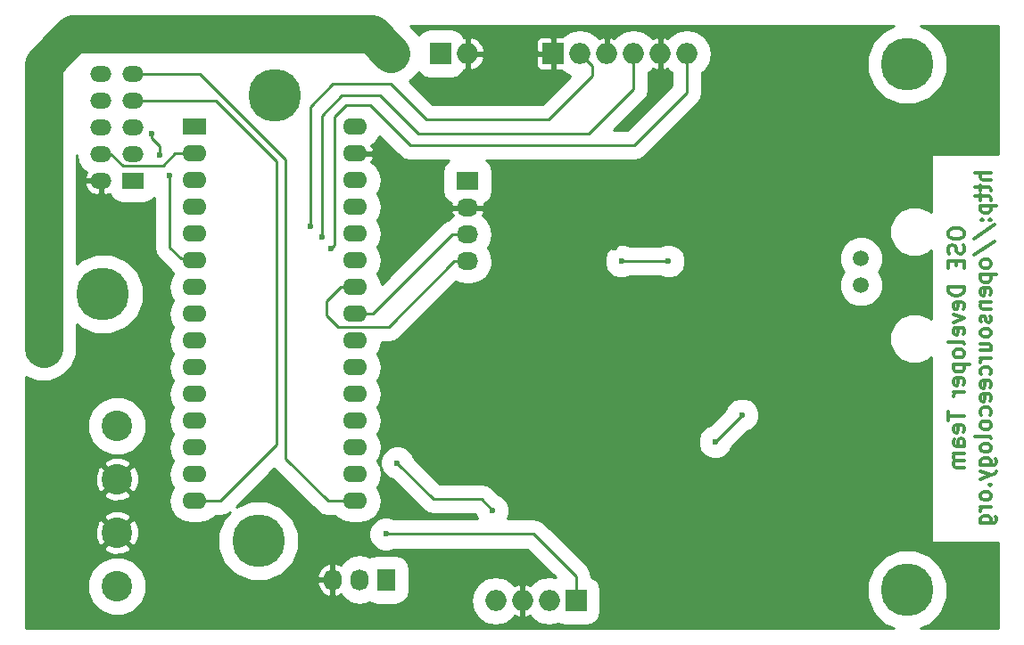
<source format=gbr>
G04 #@! TF.GenerationSoftware,KiCad,Pcbnew,(2017-06-02 revision ac9a64a)-master*
G04 #@! TF.CreationDate,2017-06-11T20:54:29+02:00*
G04 #@! TF.ProjectId,torchctrl,746F7263686374726C2E6B696361645F,rev?*
G04 #@! TF.FileFunction,Copper,L2,Bot,Signal*
G04 #@! TF.FilePolarity,Positive*
%FSLAX46Y46*%
G04 Gerber Fmt 4.6, Leading zero omitted, Abs format (unit mm)*
G04 Created by KiCad (PCBNEW (2017-06-02 revision ac9a64a)-master) date Sun Jun 11 20:54:29 2017*
%MOMM*%
%LPD*%
G01*
G04 APERTURE LIST*
%ADD10C,0.100000*%
%ADD11C,0.300000*%
%ADD12C,5.000000*%
%ADD13O,1.998980X1.998980*%
%ADD14R,1.998980X1.998980*%
%ADD15R,2.032000X1.727200*%
%ADD16O,2.032000X1.727200*%
%ADD17R,2.286000X1.574800*%
%ADD18O,2.286000X1.574800*%
%ADD19O,2.000000X1.500000*%
%ADD20R,2.000000X1.500000*%
%ADD21C,1.500000*%
%ADD22C,2.900000*%
%ADD23R,1.727200X2.032000*%
%ADD24O,1.727200X2.032000*%
%ADD25C,0.600000*%
%ADD26C,3.600000*%
%ADD27C,0.250000*%
%ADD28C,3.600000*%
%ADD29C,0.254000*%
G04 APERTURE END LIST*
D10*
D11*
X173903571Y-75964285D02*
X173903571Y-76250000D01*
X173975000Y-76392857D01*
X174117857Y-76535714D01*
X174403571Y-76607142D01*
X174903571Y-76607142D01*
X175189285Y-76535714D01*
X175332142Y-76392857D01*
X175403571Y-76250000D01*
X175403571Y-75964285D01*
X175332142Y-75821428D01*
X175189285Y-75678571D01*
X174903571Y-75607142D01*
X174403571Y-75607142D01*
X174117857Y-75678571D01*
X173975000Y-75821428D01*
X173903571Y-75964285D01*
X175332142Y-77178571D02*
X175403571Y-77392857D01*
X175403571Y-77750000D01*
X175332142Y-77892857D01*
X175260714Y-77964285D01*
X175117857Y-78035714D01*
X174975000Y-78035714D01*
X174832142Y-77964285D01*
X174760714Y-77892857D01*
X174689285Y-77750000D01*
X174617857Y-77464285D01*
X174546428Y-77321428D01*
X174475000Y-77250000D01*
X174332142Y-77178571D01*
X174189285Y-77178571D01*
X174046428Y-77250000D01*
X173975000Y-77321428D01*
X173903571Y-77464285D01*
X173903571Y-77821428D01*
X173975000Y-78035714D01*
X174617857Y-78678571D02*
X174617857Y-79178571D01*
X175403571Y-79392857D02*
X175403571Y-78678571D01*
X173903571Y-78678571D01*
X173903571Y-79392857D01*
X175403571Y-81178571D02*
X173903571Y-81178571D01*
X173903571Y-81535714D01*
X173975000Y-81750000D01*
X174117857Y-81892857D01*
X174260714Y-81964285D01*
X174546428Y-82035714D01*
X174760714Y-82035714D01*
X175046428Y-81964285D01*
X175189285Y-81892857D01*
X175332142Y-81750000D01*
X175403571Y-81535714D01*
X175403571Y-81178571D01*
X175332142Y-83250000D02*
X175403571Y-83107142D01*
X175403571Y-82821428D01*
X175332142Y-82678571D01*
X175189285Y-82607142D01*
X174617857Y-82607142D01*
X174475000Y-82678571D01*
X174403571Y-82821428D01*
X174403571Y-83107142D01*
X174475000Y-83250000D01*
X174617857Y-83321428D01*
X174760714Y-83321428D01*
X174903571Y-82607142D01*
X174403571Y-83821428D02*
X175403571Y-84178571D01*
X174403571Y-84535714D01*
X175332142Y-85678571D02*
X175403571Y-85535714D01*
X175403571Y-85250000D01*
X175332142Y-85107142D01*
X175189285Y-85035714D01*
X174617857Y-85035714D01*
X174475000Y-85107142D01*
X174403571Y-85250000D01*
X174403571Y-85535714D01*
X174475000Y-85678571D01*
X174617857Y-85750000D01*
X174760714Y-85750000D01*
X174903571Y-85035714D01*
X175403571Y-86607142D02*
X175332142Y-86464285D01*
X175189285Y-86392857D01*
X173903571Y-86392857D01*
X175403571Y-87392857D02*
X175332142Y-87250000D01*
X175260714Y-87178571D01*
X175117857Y-87107142D01*
X174689285Y-87107142D01*
X174546428Y-87178571D01*
X174475000Y-87250000D01*
X174403571Y-87392857D01*
X174403571Y-87607142D01*
X174475000Y-87750000D01*
X174546428Y-87821428D01*
X174689285Y-87892857D01*
X175117857Y-87892857D01*
X175260714Y-87821428D01*
X175332142Y-87750000D01*
X175403571Y-87607142D01*
X175403571Y-87392857D01*
X174403571Y-88535714D02*
X175903571Y-88535714D01*
X174475000Y-88535714D02*
X174403571Y-88678571D01*
X174403571Y-88964285D01*
X174475000Y-89107142D01*
X174546428Y-89178571D01*
X174689285Y-89250000D01*
X175117857Y-89250000D01*
X175260714Y-89178571D01*
X175332142Y-89107142D01*
X175403571Y-88964285D01*
X175403571Y-88678571D01*
X175332142Y-88535714D01*
X175332142Y-90464285D02*
X175403571Y-90321428D01*
X175403571Y-90035714D01*
X175332142Y-89892857D01*
X175189285Y-89821428D01*
X174617857Y-89821428D01*
X174475000Y-89892857D01*
X174403571Y-90035714D01*
X174403571Y-90321428D01*
X174475000Y-90464285D01*
X174617857Y-90535714D01*
X174760714Y-90535714D01*
X174903571Y-89821428D01*
X175403571Y-91178571D02*
X174403571Y-91178571D01*
X174689285Y-91178571D02*
X174546428Y-91250000D01*
X174475000Y-91321428D01*
X174403571Y-91464285D01*
X174403571Y-91607142D01*
X173903571Y-93035714D02*
X173903571Y-93892857D01*
X175403571Y-93464285D02*
X173903571Y-93464285D01*
X175332142Y-94964285D02*
X175403571Y-94821428D01*
X175403571Y-94535714D01*
X175332142Y-94392857D01*
X175189285Y-94321428D01*
X174617857Y-94321428D01*
X174475000Y-94392857D01*
X174403571Y-94535714D01*
X174403571Y-94821428D01*
X174475000Y-94964285D01*
X174617857Y-95035714D01*
X174760714Y-95035714D01*
X174903571Y-94321428D01*
X175403571Y-96321428D02*
X174617857Y-96321428D01*
X174475000Y-96250000D01*
X174403571Y-96107142D01*
X174403571Y-95821428D01*
X174475000Y-95678571D01*
X175332142Y-96321428D02*
X175403571Y-96178571D01*
X175403571Y-95821428D01*
X175332142Y-95678571D01*
X175189285Y-95607142D01*
X175046428Y-95607142D01*
X174903571Y-95678571D01*
X174832142Y-95821428D01*
X174832142Y-96178571D01*
X174760714Y-96321428D01*
X175403571Y-97035714D02*
X174403571Y-97035714D01*
X174546428Y-97035714D02*
X174475000Y-97107142D01*
X174403571Y-97250000D01*
X174403571Y-97464285D01*
X174475000Y-97607142D01*
X174617857Y-97678571D01*
X175403571Y-97678571D01*
X174617857Y-97678571D02*
X174475000Y-97750000D01*
X174403571Y-97892857D01*
X174403571Y-98107142D01*
X174475000Y-98250000D01*
X174617857Y-98321428D01*
X175403571Y-98321428D01*
X177953571Y-70357142D02*
X176453571Y-70357142D01*
X177953571Y-71000000D02*
X177167857Y-71000000D01*
X177025000Y-70928571D01*
X176953571Y-70785714D01*
X176953571Y-70571428D01*
X177025000Y-70428571D01*
X177096428Y-70357142D01*
X176953571Y-71500000D02*
X176953571Y-72071428D01*
X176453571Y-71714285D02*
X177739285Y-71714285D01*
X177882142Y-71785714D01*
X177953571Y-71928571D01*
X177953571Y-72071428D01*
X176953571Y-72357142D02*
X176953571Y-72928571D01*
X176453571Y-72571428D02*
X177739285Y-72571428D01*
X177882142Y-72642857D01*
X177953571Y-72785714D01*
X177953571Y-72928571D01*
X176953571Y-73428571D02*
X178453571Y-73428571D01*
X177025000Y-73428571D02*
X176953571Y-73571428D01*
X176953571Y-73857142D01*
X177025000Y-74000000D01*
X177096428Y-74071428D01*
X177239285Y-74142857D01*
X177667857Y-74142857D01*
X177810714Y-74071428D01*
X177882142Y-74000000D01*
X177953571Y-73857142D01*
X177953571Y-73571428D01*
X177882142Y-73428571D01*
X177810714Y-74785714D02*
X177882142Y-74857142D01*
X177953571Y-74785714D01*
X177882142Y-74714285D01*
X177810714Y-74785714D01*
X177953571Y-74785714D01*
X177025000Y-74785714D02*
X177096428Y-74857142D01*
X177167857Y-74785714D01*
X177096428Y-74714285D01*
X177025000Y-74785714D01*
X177167857Y-74785714D01*
X176382142Y-76571428D02*
X178310714Y-75285714D01*
X176382142Y-78142857D02*
X178310714Y-76857142D01*
X177953571Y-78857142D02*
X177882142Y-78714285D01*
X177810714Y-78642857D01*
X177667857Y-78571428D01*
X177239285Y-78571428D01*
X177096428Y-78642857D01*
X177025000Y-78714285D01*
X176953571Y-78857142D01*
X176953571Y-79071428D01*
X177025000Y-79214285D01*
X177096428Y-79285714D01*
X177239285Y-79357142D01*
X177667857Y-79357142D01*
X177810714Y-79285714D01*
X177882142Y-79214285D01*
X177953571Y-79071428D01*
X177953571Y-78857142D01*
X176953571Y-80000000D02*
X178453571Y-80000000D01*
X177025000Y-80000000D02*
X176953571Y-80142857D01*
X176953571Y-80428571D01*
X177025000Y-80571428D01*
X177096428Y-80642857D01*
X177239285Y-80714285D01*
X177667857Y-80714285D01*
X177810714Y-80642857D01*
X177882142Y-80571428D01*
X177953571Y-80428571D01*
X177953571Y-80142857D01*
X177882142Y-80000000D01*
X177882142Y-81928571D02*
X177953571Y-81785714D01*
X177953571Y-81500000D01*
X177882142Y-81357142D01*
X177739285Y-81285714D01*
X177167857Y-81285714D01*
X177025000Y-81357142D01*
X176953571Y-81500000D01*
X176953571Y-81785714D01*
X177025000Y-81928571D01*
X177167857Y-82000000D01*
X177310714Y-82000000D01*
X177453571Y-81285714D01*
X176953571Y-82642857D02*
X177953571Y-82642857D01*
X177096428Y-82642857D02*
X177025000Y-82714285D01*
X176953571Y-82857142D01*
X176953571Y-83071428D01*
X177025000Y-83214285D01*
X177167857Y-83285714D01*
X177953571Y-83285714D01*
X177882142Y-83928571D02*
X177953571Y-84071428D01*
X177953571Y-84357142D01*
X177882142Y-84500000D01*
X177739285Y-84571428D01*
X177667857Y-84571428D01*
X177525000Y-84500000D01*
X177453571Y-84357142D01*
X177453571Y-84142857D01*
X177382142Y-84000000D01*
X177239285Y-83928571D01*
X177167857Y-83928571D01*
X177025000Y-84000000D01*
X176953571Y-84142857D01*
X176953571Y-84357142D01*
X177025000Y-84500000D01*
X177953571Y-85428571D02*
X177882142Y-85285714D01*
X177810714Y-85214285D01*
X177667857Y-85142857D01*
X177239285Y-85142857D01*
X177096428Y-85214285D01*
X177025000Y-85285714D01*
X176953571Y-85428571D01*
X176953571Y-85642857D01*
X177025000Y-85785714D01*
X177096428Y-85857142D01*
X177239285Y-85928571D01*
X177667857Y-85928571D01*
X177810714Y-85857142D01*
X177882142Y-85785714D01*
X177953571Y-85642857D01*
X177953571Y-85428571D01*
X176953571Y-87214285D02*
X177953571Y-87214285D01*
X176953571Y-86571428D02*
X177739285Y-86571428D01*
X177882142Y-86642857D01*
X177953571Y-86785714D01*
X177953571Y-87000000D01*
X177882142Y-87142857D01*
X177810714Y-87214285D01*
X177953571Y-87928571D02*
X176953571Y-87928571D01*
X177239285Y-87928571D02*
X177096428Y-88000000D01*
X177025000Y-88071428D01*
X176953571Y-88214285D01*
X176953571Y-88357142D01*
X177882142Y-89500000D02*
X177953571Y-89357142D01*
X177953571Y-89071428D01*
X177882142Y-88928571D01*
X177810714Y-88857142D01*
X177667857Y-88785714D01*
X177239285Y-88785714D01*
X177096428Y-88857142D01*
X177025000Y-88928571D01*
X176953571Y-89071428D01*
X176953571Y-89357142D01*
X177025000Y-89500000D01*
X177882142Y-90714285D02*
X177953571Y-90571428D01*
X177953571Y-90285714D01*
X177882142Y-90142857D01*
X177739285Y-90071428D01*
X177167857Y-90071428D01*
X177025000Y-90142857D01*
X176953571Y-90285714D01*
X176953571Y-90571428D01*
X177025000Y-90714285D01*
X177167857Y-90785714D01*
X177310714Y-90785714D01*
X177453571Y-90071428D01*
X177882142Y-92000000D02*
X177953571Y-91857142D01*
X177953571Y-91571428D01*
X177882142Y-91428571D01*
X177739285Y-91357142D01*
X177167857Y-91357142D01*
X177025000Y-91428571D01*
X176953571Y-91571428D01*
X176953571Y-91857142D01*
X177025000Y-92000000D01*
X177167857Y-92071428D01*
X177310714Y-92071428D01*
X177453571Y-91357142D01*
X177882142Y-93357142D02*
X177953571Y-93214285D01*
X177953571Y-92928571D01*
X177882142Y-92785714D01*
X177810714Y-92714285D01*
X177667857Y-92642857D01*
X177239285Y-92642857D01*
X177096428Y-92714285D01*
X177025000Y-92785714D01*
X176953571Y-92928571D01*
X176953571Y-93214285D01*
X177025000Y-93357142D01*
X177953571Y-94214285D02*
X177882142Y-94071428D01*
X177810714Y-94000000D01*
X177667857Y-93928571D01*
X177239285Y-93928571D01*
X177096428Y-94000000D01*
X177025000Y-94071428D01*
X176953571Y-94214285D01*
X176953571Y-94428571D01*
X177025000Y-94571428D01*
X177096428Y-94642857D01*
X177239285Y-94714285D01*
X177667857Y-94714285D01*
X177810714Y-94642857D01*
X177882142Y-94571428D01*
X177953571Y-94428571D01*
X177953571Y-94214285D01*
X177953571Y-95571428D02*
X177882142Y-95428571D01*
X177739285Y-95357142D01*
X176453571Y-95357142D01*
X177953571Y-96357142D02*
X177882142Y-96214285D01*
X177810714Y-96142857D01*
X177667857Y-96071428D01*
X177239285Y-96071428D01*
X177096428Y-96142857D01*
X177025000Y-96214285D01*
X176953571Y-96357142D01*
X176953571Y-96571428D01*
X177025000Y-96714285D01*
X177096428Y-96785714D01*
X177239285Y-96857142D01*
X177667857Y-96857142D01*
X177810714Y-96785714D01*
X177882142Y-96714285D01*
X177953571Y-96571428D01*
X177953571Y-96357142D01*
X176953571Y-98142857D02*
X178167857Y-98142857D01*
X178310714Y-98071428D01*
X178382142Y-98000000D01*
X178453571Y-97857142D01*
X178453571Y-97642857D01*
X178382142Y-97500000D01*
X177882142Y-98142857D02*
X177953571Y-98000000D01*
X177953571Y-97714285D01*
X177882142Y-97571428D01*
X177810714Y-97500000D01*
X177667857Y-97428571D01*
X177239285Y-97428571D01*
X177096428Y-97500000D01*
X177025000Y-97571428D01*
X176953571Y-97714285D01*
X176953571Y-98000000D01*
X177025000Y-98142857D01*
X176953571Y-98714285D02*
X177953571Y-99071428D01*
X176953571Y-99428571D02*
X177953571Y-99071428D01*
X178310714Y-98928571D01*
X178382142Y-98857142D01*
X178453571Y-98714285D01*
X177810714Y-100000000D02*
X177882142Y-100071428D01*
X177953571Y-100000000D01*
X177882142Y-99928571D01*
X177810714Y-100000000D01*
X177953571Y-100000000D01*
X177953571Y-100928571D02*
X177882142Y-100785714D01*
X177810714Y-100714285D01*
X177667857Y-100642857D01*
X177239285Y-100642857D01*
X177096428Y-100714285D01*
X177025000Y-100785714D01*
X176953571Y-100928571D01*
X176953571Y-101142857D01*
X177025000Y-101285714D01*
X177096428Y-101357142D01*
X177239285Y-101428571D01*
X177667857Y-101428571D01*
X177810714Y-101357142D01*
X177882142Y-101285714D01*
X177953571Y-101142857D01*
X177953571Y-100928571D01*
X177953571Y-102071428D02*
X176953571Y-102071428D01*
X177239285Y-102071428D02*
X177096428Y-102142857D01*
X177025000Y-102214285D01*
X176953571Y-102357142D01*
X176953571Y-102500000D01*
X176953571Y-103642857D02*
X178167857Y-103642857D01*
X178310714Y-103571428D01*
X178382142Y-103500000D01*
X178453571Y-103357142D01*
X178453571Y-103142857D01*
X178382142Y-103000000D01*
X177882142Y-103642857D02*
X177953571Y-103500000D01*
X177953571Y-103214285D01*
X177882142Y-103071428D01*
X177810714Y-103000000D01*
X177667857Y-102928571D01*
X177239285Y-102928571D01*
X177096428Y-103000000D01*
X177025000Y-103071428D01*
X176953571Y-103214285D01*
X176953571Y-103500000D01*
X177025000Y-103642857D01*
D12*
X110000000Y-63000000D03*
X93662500Y-81851500D03*
X108407200Y-105321100D03*
X170000000Y-110000000D03*
D13*
X128270000Y-59000000D03*
D14*
X125730000Y-59000000D03*
D15*
X128270000Y-71120000D03*
D16*
X128270000Y-73660000D03*
X128270000Y-76200000D03*
X128270000Y-78740000D03*
D17*
X102380000Y-65950000D03*
D18*
X102380000Y-68490000D03*
X102380000Y-71030000D03*
X102380000Y-73570000D03*
X102380000Y-76110000D03*
X102380000Y-78650000D03*
X102380000Y-81190000D03*
X102380000Y-83730000D03*
X102380000Y-86270000D03*
X102380000Y-88810000D03*
X102380000Y-91350000D03*
X102380000Y-93890000D03*
X102380000Y-96430000D03*
X102380000Y-98970000D03*
X102380000Y-101510000D03*
X117620000Y-101510000D03*
X117620000Y-98970000D03*
X117620000Y-96430000D03*
X117620000Y-93890000D03*
X117620000Y-91350000D03*
X117620000Y-88810000D03*
X117620000Y-86270000D03*
X117620000Y-83730000D03*
X117620000Y-81190000D03*
X117620000Y-78650000D03*
X117620000Y-76110000D03*
X117620000Y-73570000D03*
X117620000Y-71030000D03*
X117620000Y-68490000D03*
X117620000Y-65950000D03*
D19*
X96520000Y-60920000D03*
X93480000Y-60920000D03*
X93480000Y-63460000D03*
X96520000Y-63460000D03*
D20*
X96520000Y-71080000D03*
D19*
X93480000Y-71080000D03*
X96520000Y-68540000D03*
X93480000Y-68540000D03*
X96520000Y-66000000D03*
X93480000Y-66000000D03*
D21*
X165620000Y-81000000D03*
X165620000Y-78460000D03*
D13*
X144000000Y-59000000D03*
D14*
X136380000Y-59000000D03*
D13*
X138920000Y-59000000D03*
X141460000Y-59000000D03*
X146540000Y-59000000D03*
X149080000Y-59000000D03*
X130920000Y-111000000D03*
D14*
X138540000Y-111000000D03*
D13*
X136000000Y-111000000D03*
X133460000Y-111000000D03*
D22*
X95000000Y-94380000D03*
X95000000Y-99460000D03*
X95000000Y-104540000D03*
X95000000Y-109620000D03*
D23*
X120540000Y-109000000D03*
D24*
X118000000Y-109000000D03*
X115460000Y-109000000D03*
D12*
X170000000Y-60000000D03*
D25*
X151765000Y-95885000D03*
X154305000Y-93345000D03*
X154940000Y-100330000D03*
X137160000Y-82550000D03*
X142240000Y-77470000D03*
X152400000Y-73660000D03*
X142240000Y-73660000D03*
X149000000Y-87000000D03*
X147000000Y-88000000D03*
X140970000Y-99060000D03*
X137160000Y-101600000D03*
X142875000Y-78740000D03*
X147320000Y-78740000D03*
X113309400Y-75374500D03*
X99975205Y-70624700D03*
X99034600Y-68618100D03*
X98298000Y-66649600D03*
X120510300Y-104660700D03*
X130632200Y-102438200D03*
X121602500Y-97904300D03*
X114439700Y-76415900D03*
X115328700Y-77520800D03*
D26*
X121000000Y-59000000D03*
X88000000Y-87000000D03*
D27*
X154305000Y-93345000D02*
X151765000Y-95885000D01*
X154940000Y-100330000D02*
X147320000Y-100330000D01*
X147320000Y-100330000D02*
X146050000Y-99060000D01*
X146050000Y-99060000D02*
X140970000Y-99060000D01*
X129540000Y-73660000D02*
X128270000Y-73660000D01*
X132080000Y-76200000D02*
X129540000Y-73660000D01*
X132080000Y-77470000D02*
X132080000Y-76200000D01*
X137160000Y-82550000D02*
X132080000Y-77470000D01*
X146050000Y-74930000D02*
X146050000Y-73660000D01*
X144780000Y-74930000D02*
X146050000Y-74930000D01*
X142240000Y-77470000D02*
X144780000Y-74930000D01*
X142240000Y-73660000D02*
X146050000Y-73660000D01*
X146050000Y-73660000D02*
X152400000Y-73660000D01*
X148000000Y-87000000D02*
X149000000Y-87000000D01*
X147000000Y-88000000D02*
X148000000Y-87000000D01*
X139700000Y-99060000D02*
X140970000Y-99060000D01*
X137160000Y-101600000D02*
X139700000Y-99060000D01*
X147320000Y-78740000D02*
X142875000Y-78740000D01*
X117620000Y-83730000D02*
X119013000Y-83730000D01*
X119013000Y-83730000D02*
X119014100Y-83731100D01*
X119014100Y-83731100D02*
X119316500Y-83731100D01*
X119316500Y-83731100D02*
X126847600Y-76200000D01*
X126847600Y-76200000D02*
X128270000Y-76200000D01*
X115963700Y-84963000D02*
X120781000Y-84963000D01*
X120781000Y-84963000D02*
X127004000Y-78740000D01*
X127004000Y-78740000D02*
X128270000Y-78740000D01*
X114871500Y-83870800D02*
X115963700Y-84963000D01*
X114871500Y-82545500D02*
X114871500Y-83870800D01*
X117620000Y-81190000D02*
X116227000Y-81190000D01*
X116227000Y-81190000D02*
X114871500Y-82545500D01*
X113309400Y-75374500D02*
X113309400Y-64033400D01*
X113309400Y-64033400D02*
X115493800Y-61849000D01*
X115493800Y-61849000D02*
X120929400Y-61849000D01*
X139919489Y-59999489D02*
X138920000Y-59000000D01*
X120929400Y-61849000D02*
X124345700Y-65265300D01*
X124345700Y-65265300D02*
X135966200Y-65265300D01*
X135966200Y-65265300D02*
X140085509Y-61145991D01*
X140085509Y-61145991D02*
X140085509Y-60165509D01*
X140085509Y-60165509D02*
X139919489Y-59999489D01*
X99344910Y-69665010D02*
X100519920Y-68490000D01*
X100519920Y-68490000D02*
X102380000Y-68490000D01*
X94409900Y-68540000D02*
X95534910Y-69665010D01*
X95534910Y-69665010D02*
X99344910Y-69665010D01*
X93730000Y-68540000D02*
X94409900Y-68540000D01*
X101041200Y-78486000D02*
X102216000Y-78486000D01*
X102216000Y-78486000D02*
X102380000Y-78650000D01*
X99987100Y-77431900D02*
X101041200Y-78486000D01*
X99987100Y-71060859D02*
X99987100Y-77431900D01*
X99975205Y-70624700D02*
X99975205Y-71048964D01*
X99975205Y-71048964D02*
X99987100Y-71060859D01*
X99034600Y-67810464D02*
X99034600Y-68618100D01*
X98298000Y-66649600D02*
X98298000Y-67073864D01*
X98298000Y-67073864D02*
X99034600Y-67810464D01*
X96270000Y-63460000D02*
X104366700Y-63460000D01*
X104366700Y-63460000D02*
X110134400Y-69227700D01*
X110134400Y-69227700D02*
X110134400Y-96151700D01*
X110134400Y-96151700D02*
X104776100Y-101510000D01*
X104776100Y-101510000D02*
X102380000Y-101510000D01*
X111010700Y-97497900D02*
X115022800Y-101510000D01*
X115022800Y-101510000D02*
X117620000Y-101510000D01*
X111010700Y-69075300D02*
X111010700Y-97497900D01*
X102855400Y-60920000D02*
X111010700Y-69075300D01*
X96270000Y-60920000D02*
X102855400Y-60920000D01*
X134543800Y-104660700D02*
X138540000Y-108656900D01*
X138540000Y-108656900D02*
X138540000Y-111000000D01*
X120510300Y-104660700D02*
X134543800Y-104660700D01*
X129578100Y-101346000D02*
X130632200Y-102400100D01*
X130632200Y-102400100D02*
X130632200Y-102438200D01*
X125044200Y-101346000D02*
X129578100Y-101346000D01*
X121602500Y-97904300D02*
X125044200Y-101346000D01*
X114439700Y-76415900D02*
X114439700Y-64909700D01*
X144000000Y-62375000D02*
X144000000Y-59000000D01*
X114439700Y-64909700D02*
X116344700Y-63004700D01*
X116344700Y-63004700D02*
X119989600Y-63004700D01*
X119989600Y-63004700D02*
X123583700Y-66598800D01*
X123583700Y-66598800D02*
X139776200Y-66598800D01*
X139776200Y-66598800D02*
X144000000Y-62375000D01*
X115328700Y-77520800D02*
X115628699Y-77220801D01*
X115628699Y-77220801D02*
X115628699Y-65041501D01*
X115628699Y-65041501D02*
X116738400Y-63931800D01*
X116738400Y-63931800D02*
X119037100Y-63931800D01*
X119037100Y-63931800D02*
X122821700Y-67716400D01*
X122821700Y-67716400D02*
X144043400Y-67716400D01*
X144043400Y-67716400D02*
X149080000Y-62679800D01*
X149080000Y-62679800D02*
X149080000Y-59000000D01*
D28*
X119169990Y-57169990D02*
X121000000Y-59000000D01*
X90000000Y-58000000D02*
X90830010Y-57169990D01*
X90830010Y-57169990D02*
X119169990Y-57169990D01*
X88000000Y-60000000D02*
X90000000Y-58000000D01*
X88000000Y-62000000D02*
X88000000Y-60000000D01*
X88000000Y-87000000D02*
X88000000Y-62000000D01*
D29*
G36*
X167835011Y-56753736D02*
X166757519Y-57829348D01*
X166173666Y-59235423D01*
X166172338Y-60757898D01*
X166753736Y-62164989D01*
X167829348Y-63242481D01*
X169235423Y-63826334D01*
X170757898Y-63827662D01*
X172164989Y-63246264D01*
X173242481Y-62170652D01*
X173826334Y-60764577D01*
X173827662Y-59242102D01*
X173246264Y-57835011D01*
X172170652Y-56757519D01*
X171254260Y-56377000D01*
X178623000Y-56377000D01*
X178623000Y-68523000D01*
X172243000Y-68523000D01*
X172243000Y-74101173D01*
X172048220Y-73906053D01*
X171174889Y-73543414D01*
X170229260Y-73542588D01*
X169355297Y-73903703D01*
X168686053Y-74571780D01*
X168323414Y-75445111D01*
X168322588Y-76390740D01*
X168683703Y-77264703D01*
X169351780Y-77933947D01*
X170225111Y-78296586D01*
X171170740Y-78297412D01*
X172044703Y-77936297D01*
X172243000Y-77738346D01*
X172243000Y-84261173D01*
X172048220Y-84066053D01*
X171174889Y-83703414D01*
X170229260Y-83702588D01*
X169355297Y-84063703D01*
X168686053Y-84731780D01*
X168323414Y-85605111D01*
X168322588Y-86550740D01*
X168683703Y-87424703D01*
X169351780Y-88093947D01*
X170225111Y-88456586D01*
X171170740Y-88457412D01*
X172044703Y-88096297D01*
X172243000Y-87898346D01*
X172243000Y-105477000D01*
X178623000Y-105477000D01*
X178623000Y-113623000D01*
X171253218Y-113623000D01*
X172164989Y-113246264D01*
X173242481Y-112170652D01*
X173826334Y-110764577D01*
X173827662Y-109242102D01*
X173246264Y-107835011D01*
X172170652Y-106757519D01*
X170764577Y-106173666D01*
X169242102Y-106172338D01*
X167835011Y-106753736D01*
X166757519Y-107829348D01*
X166173666Y-109235423D01*
X166172338Y-110757898D01*
X166753736Y-112164989D01*
X167829348Y-113242481D01*
X168745740Y-113623000D01*
X86377000Y-113623000D01*
X86377000Y-110169956D01*
X92222519Y-110169956D01*
X92644401Y-111190989D01*
X93424902Y-111972854D01*
X94445197Y-112396517D01*
X95549956Y-112397481D01*
X96570989Y-111975599D01*
X97352854Y-111195098D01*
X97776517Y-110174803D01*
X97777226Y-109361913D01*
X113974816Y-109361913D01*
X114168046Y-109914320D01*
X114557964Y-110350732D01*
X115085209Y-110604709D01*
X115100974Y-110607358D01*
X115333000Y-110486217D01*
X115333000Y-109127000D01*
X114119076Y-109127000D01*
X113974816Y-109361913D01*
X97777226Y-109361913D01*
X97777481Y-109070044D01*
X97355599Y-108049011D01*
X96575098Y-107267146D01*
X95554803Y-106843483D01*
X94450044Y-106842519D01*
X93429011Y-107264401D01*
X92647146Y-108044902D01*
X92223483Y-109065197D01*
X92222519Y-110169956D01*
X86377000Y-110169956D01*
X86377000Y-106017849D01*
X93701756Y-106017849D01*
X93855435Y-106331424D01*
X94628108Y-106633066D01*
X95457398Y-106616058D01*
X96144565Y-106331424D01*
X96298244Y-106017849D01*
X95000000Y-104719605D01*
X93701756Y-106017849D01*
X86377000Y-106017849D01*
X86377000Y-104168108D01*
X92906934Y-104168108D01*
X92923942Y-104997398D01*
X93208576Y-105684565D01*
X93522151Y-105838244D01*
X94820395Y-104540000D01*
X95179605Y-104540000D01*
X96477849Y-105838244D01*
X96791424Y-105684565D01*
X97093066Y-104911892D01*
X97076058Y-104082602D01*
X96791424Y-103395435D01*
X96477849Y-103241756D01*
X95179605Y-104540000D01*
X94820395Y-104540000D01*
X93522151Y-103241756D01*
X93208576Y-103395435D01*
X92906934Y-104168108D01*
X86377000Y-104168108D01*
X86377000Y-103062151D01*
X93701756Y-103062151D01*
X95000000Y-104360395D01*
X96298244Y-103062151D01*
X96144565Y-102748576D01*
X95371892Y-102446934D01*
X94542602Y-102463942D01*
X93855435Y-102748576D01*
X93701756Y-103062151D01*
X86377000Y-103062151D01*
X86377000Y-100937849D01*
X93701756Y-100937849D01*
X93855435Y-101251424D01*
X94628108Y-101553066D01*
X95457398Y-101536058D01*
X96144565Y-101251424D01*
X96298244Y-100937849D01*
X95000000Y-99639605D01*
X93701756Y-100937849D01*
X86377000Y-100937849D01*
X86377000Y-99088108D01*
X92906934Y-99088108D01*
X92923942Y-99917398D01*
X93208576Y-100604565D01*
X93522151Y-100758244D01*
X94820395Y-99460000D01*
X95179605Y-99460000D01*
X96477849Y-100758244D01*
X96791424Y-100604565D01*
X97093066Y-99831892D01*
X97076058Y-99002602D01*
X96791424Y-98315435D01*
X96477849Y-98161756D01*
X95179605Y-99460000D01*
X94820395Y-99460000D01*
X93522151Y-98161756D01*
X93208576Y-98315435D01*
X92906934Y-99088108D01*
X86377000Y-99088108D01*
X86377000Y-97982151D01*
X93701756Y-97982151D01*
X95000000Y-99280395D01*
X96298244Y-97982151D01*
X96144565Y-97668576D01*
X95371892Y-97366934D01*
X94542602Y-97383942D01*
X93855435Y-97668576D01*
X93701756Y-97982151D01*
X86377000Y-97982151D01*
X86377000Y-94929956D01*
X92222519Y-94929956D01*
X92644401Y-95950989D01*
X93424902Y-96732854D01*
X94445197Y-97156517D01*
X95549956Y-97157481D01*
X96570989Y-96735599D01*
X97352854Y-95955098D01*
X97776517Y-94934803D01*
X97777481Y-93830044D01*
X97355599Y-92809011D01*
X96575098Y-92027146D01*
X95554803Y-91603483D01*
X94450044Y-91602519D01*
X93429011Y-92024401D01*
X92647146Y-92804902D01*
X92223483Y-93825197D01*
X92222519Y-94929956D01*
X86377000Y-94929956D01*
X86377000Y-89711937D01*
X87375272Y-90126456D01*
X88619270Y-90127542D01*
X89768989Y-89652488D01*
X90649396Y-88773616D01*
X91126456Y-87624728D01*
X91127542Y-86380730D01*
X91127000Y-86379418D01*
X91127000Y-84728495D01*
X91491848Y-85093981D01*
X92897923Y-85677834D01*
X94420398Y-85679162D01*
X95827489Y-85097764D01*
X96904981Y-84022152D01*
X97488834Y-82616077D01*
X97490162Y-81093602D01*
X96908764Y-79686511D01*
X95833152Y-78609019D01*
X94427077Y-78025166D01*
X92904602Y-78023838D01*
X91497511Y-78605236D01*
X91127000Y-78975101D01*
X91127000Y-71421185D01*
X91887682Y-71421185D01*
X91906519Y-71524235D01*
X92177264Y-71996894D01*
X92608279Y-72329964D01*
X93133945Y-72472739D01*
X93353000Y-72311868D01*
X93353000Y-71207000D01*
X92010344Y-71207000D01*
X91887682Y-71421185D01*
X91127000Y-71421185D01*
X91127000Y-68638481D01*
X91265513Y-69334833D01*
X91715750Y-70008661D01*
X92113498Y-70274427D01*
X91906519Y-70635765D01*
X91887682Y-70738815D01*
X92010344Y-70953000D01*
X93353000Y-70953000D01*
X93353000Y-70933000D01*
X93607000Y-70933000D01*
X93607000Y-70953000D01*
X93627000Y-70953000D01*
X93627000Y-71207000D01*
X93607000Y-71207000D01*
X93607000Y-72311868D01*
X93826055Y-72472739D01*
X94272478Y-72351487D01*
X94563287Y-72786713D01*
X95002230Y-73080006D01*
X95520000Y-73182997D01*
X97520000Y-73182997D01*
X98037770Y-73080006D01*
X98476713Y-72786713D01*
X98535100Y-72699331D01*
X98535100Y-77431900D01*
X98645627Y-77987557D01*
X98960381Y-78458619D01*
X100014481Y-79512719D01*
X100093743Y-79565680D01*
X100330491Y-79920000D01*
X100022559Y-80380854D01*
X99861610Y-81190000D01*
X100022559Y-81999146D01*
X100330491Y-82460000D01*
X100022559Y-82920854D01*
X99861610Y-83730000D01*
X100022559Y-84539146D01*
X100330491Y-85000000D01*
X100022559Y-85460854D01*
X99861610Y-86270000D01*
X100022559Y-87079146D01*
X100330491Y-87540000D01*
X100022559Y-88000854D01*
X99861610Y-88810000D01*
X100022559Y-89619146D01*
X100330491Y-90080000D01*
X100022559Y-90540854D01*
X99861610Y-91350000D01*
X100022559Y-92159146D01*
X100330491Y-92620000D01*
X100022559Y-93080854D01*
X99861610Y-93890000D01*
X100022559Y-94699146D01*
X100330491Y-95160000D01*
X100022559Y-95620854D01*
X99861610Y-96430000D01*
X100022559Y-97239146D01*
X100330491Y-97700000D01*
X100022559Y-98160854D01*
X99861610Y-98970000D01*
X100022559Y-99779146D01*
X100330491Y-100240000D01*
X100022559Y-100700854D01*
X99861610Y-101510000D01*
X100022559Y-102319146D01*
X100480903Y-103005107D01*
X101166864Y-103463451D01*
X101976010Y-103624400D01*
X102783990Y-103624400D01*
X103593136Y-103463451D01*
X104279097Y-103005107D01*
X104307900Y-102962000D01*
X104776100Y-102962000D01*
X105331757Y-102851473D01*
X105732357Y-102583800D01*
X105164719Y-103150448D01*
X104580866Y-104556523D01*
X104579538Y-106078998D01*
X105160936Y-107486089D01*
X106236548Y-108563581D01*
X107642623Y-109147434D01*
X109165098Y-109148762D01*
X110401026Y-108638087D01*
X113974816Y-108638087D01*
X114119076Y-108873000D01*
X115333000Y-108873000D01*
X115333000Y-107513783D01*
X115587000Y-107513783D01*
X115587000Y-108873000D01*
X115607000Y-108873000D01*
X115607000Y-109127000D01*
X115587000Y-109127000D01*
X115587000Y-110486217D01*
X115819026Y-110607358D01*
X115834791Y-110604709D01*
X116228894Y-110414867D01*
X116451012Y-110747290D01*
X117161694Y-111222153D01*
X118000000Y-111388902D01*
X118838306Y-111222153D01*
X118965653Y-111137062D01*
X119158630Y-111266006D01*
X119676400Y-111368997D01*
X121403600Y-111368997D01*
X121921370Y-111266006D01*
X122319475Y-111000000D01*
X128547931Y-111000000D01*
X128725025Y-111890309D01*
X129229344Y-112645077D01*
X129984112Y-113149396D01*
X130874421Y-113326490D01*
X130965579Y-113326490D01*
X131855888Y-113149396D01*
X132610656Y-112645077D01*
X132749270Y-112437627D01*
X133079645Y-112589627D01*
X133333000Y-112470807D01*
X133333000Y-111127000D01*
X133313000Y-111127000D01*
X133313000Y-110873000D01*
X133333000Y-110873000D01*
X133333000Y-109529193D01*
X133079645Y-109410373D01*
X132749270Y-109562373D01*
X132610656Y-109354923D01*
X131855888Y-108850604D01*
X130965579Y-108673510D01*
X130874421Y-108673510D01*
X129984112Y-108850604D01*
X129229344Y-109354923D01*
X128725025Y-110109691D01*
X128547931Y-111000000D01*
X122319475Y-111000000D01*
X122360313Y-110972713D01*
X122653606Y-110533770D01*
X122756597Y-110016000D01*
X122756597Y-107984000D01*
X122653606Y-107466230D01*
X122360313Y-107027287D01*
X121921370Y-106733994D01*
X121403600Y-106631003D01*
X119676400Y-106631003D01*
X119158630Y-106733994D01*
X118965653Y-106862938D01*
X118838306Y-106777847D01*
X118000000Y-106611098D01*
X117161694Y-106777847D01*
X116451012Y-107252710D01*
X116228894Y-107585133D01*
X115834791Y-107395291D01*
X115819026Y-107392642D01*
X115587000Y-107513783D01*
X115333000Y-107513783D01*
X115100974Y-107392642D01*
X115085209Y-107395291D01*
X114557964Y-107649268D01*
X114168046Y-108085680D01*
X113974816Y-108638087D01*
X110401026Y-108638087D01*
X110572189Y-108567364D01*
X111649681Y-107491752D01*
X112233534Y-106085677D01*
X112234862Y-104563202D01*
X111653464Y-103156111D01*
X110577852Y-102078619D01*
X109171777Y-101494766D01*
X107649302Y-101493438D01*
X106280539Y-102058999D01*
X109916264Y-98423274D01*
X109983981Y-98524619D01*
X113996081Y-102536719D01*
X114467143Y-102851473D01*
X115022800Y-102962000D01*
X115692100Y-102962000D01*
X115720903Y-103005107D01*
X116406864Y-103463451D01*
X117216010Y-103624400D01*
X118023990Y-103624400D01*
X118833136Y-103463451D01*
X119519097Y-103005107D01*
X119977441Y-102319146D01*
X120138390Y-101510000D01*
X119977441Y-100700854D01*
X119669509Y-100240000D01*
X119977441Y-99779146D01*
X120138390Y-98970000D01*
X120004688Y-98297834D01*
X120222392Y-98824718D01*
X120679675Y-99282799D01*
X121103583Y-99458821D01*
X124017481Y-102372719D01*
X124488544Y-102687473D01*
X125044200Y-102798000D01*
X128976662Y-102798000D01*
X129051282Y-102872620D01*
X129190147Y-103208700D01*
X121256115Y-103208700D01*
X120835350Y-103033983D01*
X120188089Y-103033418D01*
X119589882Y-103280592D01*
X119131801Y-103737875D01*
X118883583Y-104335650D01*
X118883018Y-104982911D01*
X119130192Y-105581118D01*
X119587475Y-106039199D01*
X120185250Y-106287417D01*
X120832511Y-106287982D01*
X121256726Y-106112700D01*
X133942362Y-106112700D01*
X136616794Y-108787132D01*
X136045579Y-108673510D01*
X135954421Y-108673510D01*
X135064112Y-108850604D01*
X134309344Y-109354923D01*
X134170730Y-109562373D01*
X133840355Y-109410373D01*
X133587000Y-109529193D01*
X133587000Y-110873000D01*
X133607000Y-110873000D01*
X133607000Y-111127000D01*
X133587000Y-111127000D01*
X133587000Y-112470807D01*
X133840355Y-112589627D01*
X134170730Y-112437627D01*
X134309344Y-112645077D01*
X135064112Y-113149396D01*
X135954421Y-113326490D01*
X136045579Y-113326490D01*
X136887373Y-113159046D01*
X137022740Y-113249496D01*
X137540510Y-113352487D01*
X139539490Y-113352487D01*
X140057260Y-113249496D01*
X140496203Y-112956203D01*
X140789496Y-112517260D01*
X140892487Y-111999490D01*
X140892487Y-110000510D01*
X140789496Y-109482740D01*
X140496203Y-109043797D01*
X140057260Y-108750504D01*
X139992000Y-108737523D01*
X139992000Y-108656900D01*
X139881473Y-108101244D01*
X139881473Y-108101243D01*
X139566719Y-107630181D01*
X135570519Y-103633981D01*
X135099457Y-103319227D01*
X134543800Y-103208700D01*
X132073950Y-103208700D01*
X132258917Y-102763250D01*
X132259482Y-102115989D01*
X132012308Y-101517782D01*
X131555025Y-101059701D01*
X131196271Y-100910733D01*
X130604819Y-100319281D01*
X130133757Y-100004527D01*
X129578100Y-99894000D01*
X125645638Y-99894000D01*
X123156591Y-97404953D01*
X122982608Y-96983882D01*
X122525325Y-96525801D01*
X121927550Y-96277583D01*
X121280289Y-96277018D01*
X120682082Y-96524192D01*
X120224001Y-96981475D01*
X119975783Y-97579250D01*
X119975278Y-98157617D01*
X119669509Y-97700000D01*
X119977441Y-97239146D01*
X120138390Y-96430000D01*
X120094075Y-96207211D01*
X150137718Y-96207211D01*
X150384892Y-96805418D01*
X150842175Y-97263499D01*
X151439950Y-97511717D01*
X152087211Y-97512282D01*
X152685418Y-97265108D01*
X153143499Y-96807825D01*
X153319521Y-96383917D01*
X154804347Y-94899091D01*
X155225418Y-94725108D01*
X155683499Y-94267825D01*
X155931717Y-93670050D01*
X155932282Y-93022789D01*
X155685108Y-92424582D01*
X155227825Y-91966501D01*
X154630050Y-91718283D01*
X153982789Y-91717718D01*
X153384582Y-91964892D01*
X152926501Y-92422175D01*
X152750479Y-92846083D01*
X151265653Y-94330909D01*
X150844582Y-94504892D01*
X150386501Y-94962175D01*
X150138283Y-95559950D01*
X150137718Y-96207211D01*
X120094075Y-96207211D01*
X119977441Y-95620854D01*
X119669509Y-95160000D01*
X119977441Y-94699146D01*
X120138390Y-93890000D01*
X119977441Y-93080854D01*
X119669509Y-92620000D01*
X119977441Y-92159146D01*
X120138390Y-91350000D01*
X119977441Y-90540854D01*
X119669509Y-90080000D01*
X119977441Y-89619146D01*
X120138390Y-88810000D01*
X119977441Y-88000854D01*
X119669509Y-87540000D01*
X119977441Y-87079146D01*
X120109548Y-86415000D01*
X120781000Y-86415000D01*
X121336657Y-86304473D01*
X121807719Y-85989719D01*
X127113618Y-80683820D01*
X127233392Y-80763851D01*
X128071698Y-80930600D01*
X128468302Y-80930600D01*
X129306608Y-80763851D01*
X130017290Y-80288988D01*
X130492153Y-79578306D01*
X130594810Y-79062211D01*
X141247718Y-79062211D01*
X141494892Y-79660418D01*
X141952175Y-80118499D01*
X142549950Y-80366717D01*
X143197211Y-80367282D01*
X143621426Y-80192000D01*
X146574185Y-80192000D01*
X146994950Y-80366717D01*
X147642211Y-80367282D01*
X148240418Y-80120108D01*
X148698499Y-79662825D01*
X148946717Y-79065050D01*
X148946886Y-78871328D01*
X163542640Y-78871328D01*
X163858178Y-79634989D01*
X163952678Y-79729654D01*
X163860232Y-79821938D01*
X163543361Y-80585047D01*
X163542640Y-81411328D01*
X163858178Y-82174989D01*
X164441938Y-82759768D01*
X165205047Y-83076639D01*
X166031328Y-83077360D01*
X166794989Y-82761822D01*
X167379768Y-82178062D01*
X167696639Y-81414953D01*
X167697360Y-80588672D01*
X167381822Y-79825011D01*
X167287322Y-79730346D01*
X167379768Y-79638062D01*
X167696639Y-78874953D01*
X167697360Y-78048672D01*
X167381822Y-77285011D01*
X166798062Y-76700232D01*
X166034953Y-76383361D01*
X165208672Y-76382640D01*
X164445011Y-76698178D01*
X163860232Y-77281938D01*
X163543361Y-78045047D01*
X163542640Y-78871328D01*
X148946886Y-78871328D01*
X148947282Y-78417789D01*
X148700108Y-77819582D01*
X148242825Y-77361501D01*
X147645050Y-77113283D01*
X146997789Y-77112718D01*
X146573574Y-77288000D01*
X143620815Y-77288000D01*
X143200050Y-77113283D01*
X142552789Y-77112718D01*
X141954582Y-77359892D01*
X141496501Y-77817175D01*
X141248283Y-78414950D01*
X141247718Y-79062211D01*
X130594810Y-79062211D01*
X130658902Y-78740000D01*
X130492153Y-77901694D01*
X130203704Y-77470000D01*
X130492153Y-77038306D01*
X130658902Y-76200000D01*
X130492153Y-75361694D01*
X130017290Y-74651012D01*
X129684867Y-74428894D01*
X129874709Y-74034791D01*
X129877358Y-74019026D01*
X129756217Y-73787000D01*
X128397000Y-73787000D01*
X128397000Y-73807000D01*
X128143000Y-73807000D01*
X128143000Y-73787000D01*
X126783783Y-73787000D01*
X126662642Y-74019026D01*
X126665291Y-74034791D01*
X126855133Y-74428894D01*
X126522710Y-74651012D01*
X126398171Y-74837397D01*
X126291944Y-74858527D01*
X125820881Y-75173281D01*
X120082938Y-80911224D01*
X119977441Y-80380854D01*
X119669509Y-79920000D01*
X119977441Y-79459146D01*
X120138390Y-78650000D01*
X119977441Y-77840854D01*
X119669509Y-77380000D01*
X119977441Y-76919146D01*
X120138390Y-76110000D01*
X119977441Y-75300854D01*
X119669509Y-74840000D01*
X119977441Y-74379146D01*
X120138390Y-73570000D01*
X119977441Y-72760854D01*
X119669509Y-72300000D01*
X119977441Y-71839146D01*
X120138390Y-71030000D01*
X119977441Y-70220854D01*
X119519097Y-69534893D01*
X119139377Y-69281172D01*
X119338327Y-68916996D01*
X119355010Y-68837060D01*
X119232852Y-68617000D01*
X117747000Y-68617000D01*
X117747000Y-68637000D01*
X117493000Y-68637000D01*
X117493000Y-68617000D01*
X117473000Y-68617000D01*
X117473000Y-68363000D01*
X117493000Y-68363000D01*
X117493000Y-68343000D01*
X117747000Y-68343000D01*
X117747000Y-68363000D01*
X119232852Y-68363000D01*
X119355010Y-68142940D01*
X119338327Y-68063004D01*
X119139377Y-67698828D01*
X119519097Y-67445107D01*
X119910777Y-66858915D01*
X121794981Y-68743119D01*
X122266044Y-69057873D01*
X122821700Y-69168400D01*
X126493771Y-69168400D01*
X126297287Y-69299687D01*
X126003994Y-69738630D01*
X125901003Y-70256400D01*
X125901003Y-71983600D01*
X126003994Y-72501370D01*
X126297287Y-72940313D01*
X126701369Y-73210313D01*
X126665291Y-73285209D01*
X126662642Y-73300974D01*
X126783783Y-73533000D01*
X128143000Y-73533000D01*
X128143000Y-73513000D01*
X128397000Y-73513000D01*
X128397000Y-73533000D01*
X129756217Y-73533000D01*
X129877358Y-73300974D01*
X129874709Y-73285209D01*
X129838631Y-73210313D01*
X130242713Y-72940313D01*
X130536006Y-72501370D01*
X130638997Y-71983600D01*
X130638997Y-70256400D01*
X130536006Y-69738630D01*
X130242713Y-69299687D01*
X130046229Y-69168400D01*
X144043400Y-69168400D01*
X144599057Y-69057873D01*
X145070119Y-68743119D01*
X150106719Y-63706519D01*
X150421473Y-63235457D01*
X150532000Y-62679800D01*
X150532000Y-60804542D01*
X150770656Y-60645077D01*
X151274975Y-59890309D01*
X151452069Y-59000000D01*
X151274975Y-58109691D01*
X150770656Y-57354923D01*
X150015888Y-56850604D01*
X149125579Y-56673510D01*
X149034421Y-56673510D01*
X148144112Y-56850604D01*
X147389344Y-57354923D01*
X147250730Y-57562373D01*
X146920355Y-57410373D01*
X146667000Y-57529193D01*
X146667000Y-58873000D01*
X146687000Y-58873000D01*
X146687000Y-59127000D01*
X146667000Y-59127000D01*
X146667000Y-60470807D01*
X146920355Y-60589627D01*
X147250730Y-60437627D01*
X147389344Y-60645077D01*
X147628000Y-60804542D01*
X147628000Y-62078362D01*
X143441962Y-66264400D01*
X142164038Y-66264400D01*
X145026719Y-63401719D01*
X145341473Y-62930657D01*
X145452000Y-62375000D01*
X145452000Y-60804542D01*
X145690656Y-60645077D01*
X145829270Y-60437627D01*
X146159645Y-60589627D01*
X146413000Y-60470807D01*
X146413000Y-59127000D01*
X146393000Y-59127000D01*
X146393000Y-58873000D01*
X146413000Y-58873000D01*
X146413000Y-57529193D01*
X146159645Y-57410373D01*
X145829270Y-57562373D01*
X145690656Y-57354923D01*
X144935888Y-56850604D01*
X144045579Y-56673510D01*
X143954421Y-56673510D01*
X143064112Y-56850604D01*
X142309344Y-57354923D01*
X142170730Y-57562373D01*
X141840355Y-57410373D01*
X141587000Y-57529193D01*
X141587000Y-58873000D01*
X141607000Y-58873000D01*
X141607000Y-59127000D01*
X141587000Y-59127000D01*
X141587000Y-59147000D01*
X141333000Y-59147000D01*
X141333000Y-59127000D01*
X141313000Y-59127000D01*
X141313000Y-58873000D01*
X141333000Y-58873000D01*
X141333000Y-57529193D01*
X141079645Y-57410373D01*
X140749270Y-57562373D01*
X140610656Y-57354923D01*
X139855888Y-56850604D01*
X138965579Y-56673510D01*
X138874421Y-56673510D01*
X137984112Y-56850604D01*
X137229344Y-57354923D01*
X137222270Y-57365510D01*
X136665750Y-57365510D01*
X136507000Y-57524260D01*
X136507000Y-58873000D01*
X136527000Y-58873000D01*
X136527000Y-59127000D01*
X136507000Y-59127000D01*
X136507000Y-60475740D01*
X136665750Y-60634490D01*
X137222270Y-60634490D01*
X137229344Y-60645077D01*
X137984112Y-61149396D01*
X138021274Y-61156788D01*
X135364762Y-63813300D01*
X124947138Y-63813300D01*
X122777665Y-61643827D01*
X123649396Y-60773616D01*
X123650316Y-60771401D01*
X123773797Y-60956203D01*
X124212740Y-61249496D01*
X124730510Y-61352487D01*
X126729490Y-61352487D01*
X127247260Y-61249496D01*
X127686203Y-60956203D01*
X127950080Y-60561284D01*
X128143000Y-60470807D01*
X128143000Y-59127000D01*
X128397000Y-59127000D01*
X128397000Y-60470807D01*
X128650355Y-60589627D01*
X129229726Y-60323068D01*
X129662987Y-59855084D01*
X129859619Y-59380354D01*
X129815052Y-59285750D01*
X134745510Y-59285750D01*
X134745510Y-60125800D01*
X134842183Y-60359189D01*
X135020812Y-60537817D01*
X135254201Y-60634490D01*
X136094250Y-60634490D01*
X136253000Y-60475740D01*
X136253000Y-59127000D01*
X134904260Y-59127000D01*
X134745510Y-59285750D01*
X129815052Y-59285750D01*
X129740265Y-59127000D01*
X128397000Y-59127000D01*
X128143000Y-59127000D01*
X128123000Y-59127000D01*
X128123000Y-58873000D01*
X128143000Y-58873000D01*
X128143000Y-57529193D01*
X128397000Y-57529193D01*
X128397000Y-58873000D01*
X129740265Y-58873000D01*
X129859619Y-58619646D01*
X129662987Y-58144916D01*
X129412358Y-57874200D01*
X134745510Y-57874200D01*
X134745510Y-58714250D01*
X134904260Y-58873000D01*
X136253000Y-58873000D01*
X136253000Y-57524260D01*
X136094250Y-57365510D01*
X135254201Y-57365510D01*
X135020812Y-57462183D01*
X134842183Y-57640811D01*
X134745510Y-57874200D01*
X129412358Y-57874200D01*
X129229726Y-57676932D01*
X128650355Y-57410373D01*
X128397000Y-57529193D01*
X128143000Y-57529193D01*
X127950080Y-57438716D01*
X127686203Y-57043797D01*
X127247260Y-56750504D01*
X126729490Y-56647513D01*
X124730510Y-56647513D01*
X124212740Y-56750504D01*
X123773797Y-57043797D01*
X123650221Y-57228740D01*
X122799966Y-56377000D01*
X168746782Y-56377000D01*
X167835011Y-56753736D01*
X167835011Y-56753736D01*
G37*
X167835011Y-56753736D02*
X166757519Y-57829348D01*
X166173666Y-59235423D01*
X166172338Y-60757898D01*
X166753736Y-62164989D01*
X167829348Y-63242481D01*
X169235423Y-63826334D01*
X170757898Y-63827662D01*
X172164989Y-63246264D01*
X173242481Y-62170652D01*
X173826334Y-60764577D01*
X173827662Y-59242102D01*
X173246264Y-57835011D01*
X172170652Y-56757519D01*
X171254260Y-56377000D01*
X178623000Y-56377000D01*
X178623000Y-68523000D01*
X172243000Y-68523000D01*
X172243000Y-74101173D01*
X172048220Y-73906053D01*
X171174889Y-73543414D01*
X170229260Y-73542588D01*
X169355297Y-73903703D01*
X168686053Y-74571780D01*
X168323414Y-75445111D01*
X168322588Y-76390740D01*
X168683703Y-77264703D01*
X169351780Y-77933947D01*
X170225111Y-78296586D01*
X171170740Y-78297412D01*
X172044703Y-77936297D01*
X172243000Y-77738346D01*
X172243000Y-84261173D01*
X172048220Y-84066053D01*
X171174889Y-83703414D01*
X170229260Y-83702588D01*
X169355297Y-84063703D01*
X168686053Y-84731780D01*
X168323414Y-85605111D01*
X168322588Y-86550740D01*
X168683703Y-87424703D01*
X169351780Y-88093947D01*
X170225111Y-88456586D01*
X171170740Y-88457412D01*
X172044703Y-88096297D01*
X172243000Y-87898346D01*
X172243000Y-105477000D01*
X178623000Y-105477000D01*
X178623000Y-113623000D01*
X171253218Y-113623000D01*
X172164989Y-113246264D01*
X173242481Y-112170652D01*
X173826334Y-110764577D01*
X173827662Y-109242102D01*
X173246264Y-107835011D01*
X172170652Y-106757519D01*
X170764577Y-106173666D01*
X169242102Y-106172338D01*
X167835011Y-106753736D01*
X166757519Y-107829348D01*
X166173666Y-109235423D01*
X166172338Y-110757898D01*
X166753736Y-112164989D01*
X167829348Y-113242481D01*
X168745740Y-113623000D01*
X86377000Y-113623000D01*
X86377000Y-110169956D01*
X92222519Y-110169956D01*
X92644401Y-111190989D01*
X93424902Y-111972854D01*
X94445197Y-112396517D01*
X95549956Y-112397481D01*
X96570989Y-111975599D01*
X97352854Y-111195098D01*
X97776517Y-110174803D01*
X97777226Y-109361913D01*
X113974816Y-109361913D01*
X114168046Y-109914320D01*
X114557964Y-110350732D01*
X115085209Y-110604709D01*
X115100974Y-110607358D01*
X115333000Y-110486217D01*
X115333000Y-109127000D01*
X114119076Y-109127000D01*
X113974816Y-109361913D01*
X97777226Y-109361913D01*
X97777481Y-109070044D01*
X97355599Y-108049011D01*
X96575098Y-107267146D01*
X95554803Y-106843483D01*
X94450044Y-106842519D01*
X93429011Y-107264401D01*
X92647146Y-108044902D01*
X92223483Y-109065197D01*
X92222519Y-110169956D01*
X86377000Y-110169956D01*
X86377000Y-106017849D01*
X93701756Y-106017849D01*
X93855435Y-106331424D01*
X94628108Y-106633066D01*
X95457398Y-106616058D01*
X96144565Y-106331424D01*
X96298244Y-106017849D01*
X95000000Y-104719605D01*
X93701756Y-106017849D01*
X86377000Y-106017849D01*
X86377000Y-104168108D01*
X92906934Y-104168108D01*
X92923942Y-104997398D01*
X93208576Y-105684565D01*
X93522151Y-105838244D01*
X94820395Y-104540000D01*
X95179605Y-104540000D01*
X96477849Y-105838244D01*
X96791424Y-105684565D01*
X97093066Y-104911892D01*
X97076058Y-104082602D01*
X96791424Y-103395435D01*
X96477849Y-103241756D01*
X95179605Y-104540000D01*
X94820395Y-104540000D01*
X93522151Y-103241756D01*
X93208576Y-103395435D01*
X92906934Y-104168108D01*
X86377000Y-104168108D01*
X86377000Y-103062151D01*
X93701756Y-103062151D01*
X95000000Y-104360395D01*
X96298244Y-103062151D01*
X96144565Y-102748576D01*
X95371892Y-102446934D01*
X94542602Y-102463942D01*
X93855435Y-102748576D01*
X93701756Y-103062151D01*
X86377000Y-103062151D01*
X86377000Y-100937849D01*
X93701756Y-100937849D01*
X93855435Y-101251424D01*
X94628108Y-101553066D01*
X95457398Y-101536058D01*
X96144565Y-101251424D01*
X96298244Y-100937849D01*
X95000000Y-99639605D01*
X93701756Y-100937849D01*
X86377000Y-100937849D01*
X86377000Y-99088108D01*
X92906934Y-99088108D01*
X92923942Y-99917398D01*
X93208576Y-100604565D01*
X93522151Y-100758244D01*
X94820395Y-99460000D01*
X95179605Y-99460000D01*
X96477849Y-100758244D01*
X96791424Y-100604565D01*
X97093066Y-99831892D01*
X97076058Y-99002602D01*
X96791424Y-98315435D01*
X96477849Y-98161756D01*
X95179605Y-99460000D01*
X94820395Y-99460000D01*
X93522151Y-98161756D01*
X93208576Y-98315435D01*
X92906934Y-99088108D01*
X86377000Y-99088108D01*
X86377000Y-97982151D01*
X93701756Y-97982151D01*
X95000000Y-99280395D01*
X96298244Y-97982151D01*
X96144565Y-97668576D01*
X95371892Y-97366934D01*
X94542602Y-97383942D01*
X93855435Y-97668576D01*
X93701756Y-97982151D01*
X86377000Y-97982151D01*
X86377000Y-94929956D01*
X92222519Y-94929956D01*
X92644401Y-95950989D01*
X93424902Y-96732854D01*
X94445197Y-97156517D01*
X95549956Y-97157481D01*
X96570989Y-96735599D01*
X97352854Y-95955098D01*
X97776517Y-94934803D01*
X97777481Y-93830044D01*
X97355599Y-92809011D01*
X96575098Y-92027146D01*
X95554803Y-91603483D01*
X94450044Y-91602519D01*
X93429011Y-92024401D01*
X92647146Y-92804902D01*
X92223483Y-93825197D01*
X92222519Y-94929956D01*
X86377000Y-94929956D01*
X86377000Y-89711937D01*
X87375272Y-90126456D01*
X88619270Y-90127542D01*
X89768989Y-89652488D01*
X90649396Y-88773616D01*
X91126456Y-87624728D01*
X91127542Y-86380730D01*
X91127000Y-86379418D01*
X91127000Y-84728495D01*
X91491848Y-85093981D01*
X92897923Y-85677834D01*
X94420398Y-85679162D01*
X95827489Y-85097764D01*
X96904981Y-84022152D01*
X97488834Y-82616077D01*
X97490162Y-81093602D01*
X96908764Y-79686511D01*
X95833152Y-78609019D01*
X94427077Y-78025166D01*
X92904602Y-78023838D01*
X91497511Y-78605236D01*
X91127000Y-78975101D01*
X91127000Y-71421185D01*
X91887682Y-71421185D01*
X91906519Y-71524235D01*
X92177264Y-71996894D01*
X92608279Y-72329964D01*
X93133945Y-72472739D01*
X93353000Y-72311868D01*
X93353000Y-71207000D01*
X92010344Y-71207000D01*
X91887682Y-71421185D01*
X91127000Y-71421185D01*
X91127000Y-68638481D01*
X91265513Y-69334833D01*
X91715750Y-70008661D01*
X92113498Y-70274427D01*
X91906519Y-70635765D01*
X91887682Y-70738815D01*
X92010344Y-70953000D01*
X93353000Y-70953000D01*
X93353000Y-70933000D01*
X93607000Y-70933000D01*
X93607000Y-70953000D01*
X93627000Y-70953000D01*
X93627000Y-71207000D01*
X93607000Y-71207000D01*
X93607000Y-72311868D01*
X93826055Y-72472739D01*
X94272478Y-72351487D01*
X94563287Y-72786713D01*
X95002230Y-73080006D01*
X95520000Y-73182997D01*
X97520000Y-73182997D01*
X98037770Y-73080006D01*
X98476713Y-72786713D01*
X98535100Y-72699331D01*
X98535100Y-77431900D01*
X98645627Y-77987557D01*
X98960381Y-78458619D01*
X100014481Y-79512719D01*
X100093743Y-79565680D01*
X100330491Y-79920000D01*
X100022559Y-80380854D01*
X99861610Y-81190000D01*
X100022559Y-81999146D01*
X100330491Y-82460000D01*
X100022559Y-82920854D01*
X99861610Y-83730000D01*
X100022559Y-84539146D01*
X100330491Y-85000000D01*
X100022559Y-85460854D01*
X99861610Y-86270000D01*
X100022559Y-87079146D01*
X100330491Y-87540000D01*
X100022559Y-88000854D01*
X99861610Y-88810000D01*
X100022559Y-89619146D01*
X100330491Y-90080000D01*
X100022559Y-90540854D01*
X99861610Y-91350000D01*
X100022559Y-92159146D01*
X100330491Y-92620000D01*
X100022559Y-93080854D01*
X99861610Y-93890000D01*
X100022559Y-94699146D01*
X100330491Y-95160000D01*
X100022559Y-95620854D01*
X99861610Y-96430000D01*
X100022559Y-97239146D01*
X100330491Y-97700000D01*
X100022559Y-98160854D01*
X99861610Y-98970000D01*
X100022559Y-99779146D01*
X100330491Y-100240000D01*
X100022559Y-100700854D01*
X99861610Y-101510000D01*
X100022559Y-102319146D01*
X100480903Y-103005107D01*
X101166864Y-103463451D01*
X101976010Y-103624400D01*
X102783990Y-103624400D01*
X103593136Y-103463451D01*
X104279097Y-103005107D01*
X104307900Y-102962000D01*
X104776100Y-102962000D01*
X105331757Y-102851473D01*
X105732357Y-102583800D01*
X105164719Y-103150448D01*
X104580866Y-104556523D01*
X104579538Y-106078998D01*
X105160936Y-107486089D01*
X106236548Y-108563581D01*
X107642623Y-109147434D01*
X109165098Y-109148762D01*
X110401026Y-108638087D01*
X113974816Y-108638087D01*
X114119076Y-108873000D01*
X115333000Y-108873000D01*
X115333000Y-107513783D01*
X115587000Y-107513783D01*
X115587000Y-108873000D01*
X115607000Y-108873000D01*
X115607000Y-109127000D01*
X115587000Y-109127000D01*
X115587000Y-110486217D01*
X115819026Y-110607358D01*
X115834791Y-110604709D01*
X116228894Y-110414867D01*
X116451012Y-110747290D01*
X117161694Y-111222153D01*
X118000000Y-111388902D01*
X118838306Y-111222153D01*
X118965653Y-111137062D01*
X119158630Y-111266006D01*
X119676400Y-111368997D01*
X121403600Y-111368997D01*
X121921370Y-111266006D01*
X122319475Y-111000000D01*
X128547931Y-111000000D01*
X128725025Y-111890309D01*
X129229344Y-112645077D01*
X129984112Y-113149396D01*
X130874421Y-113326490D01*
X130965579Y-113326490D01*
X131855888Y-113149396D01*
X132610656Y-112645077D01*
X132749270Y-112437627D01*
X133079645Y-112589627D01*
X133333000Y-112470807D01*
X133333000Y-111127000D01*
X133313000Y-111127000D01*
X133313000Y-110873000D01*
X133333000Y-110873000D01*
X133333000Y-109529193D01*
X133079645Y-109410373D01*
X132749270Y-109562373D01*
X132610656Y-109354923D01*
X131855888Y-108850604D01*
X130965579Y-108673510D01*
X130874421Y-108673510D01*
X129984112Y-108850604D01*
X129229344Y-109354923D01*
X128725025Y-110109691D01*
X128547931Y-111000000D01*
X122319475Y-111000000D01*
X122360313Y-110972713D01*
X122653606Y-110533770D01*
X122756597Y-110016000D01*
X122756597Y-107984000D01*
X122653606Y-107466230D01*
X122360313Y-107027287D01*
X121921370Y-106733994D01*
X121403600Y-106631003D01*
X119676400Y-106631003D01*
X119158630Y-106733994D01*
X118965653Y-106862938D01*
X118838306Y-106777847D01*
X118000000Y-106611098D01*
X117161694Y-106777847D01*
X116451012Y-107252710D01*
X116228894Y-107585133D01*
X115834791Y-107395291D01*
X115819026Y-107392642D01*
X115587000Y-107513783D01*
X115333000Y-107513783D01*
X115100974Y-107392642D01*
X115085209Y-107395291D01*
X114557964Y-107649268D01*
X114168046Y-108085680D01*
X113974816Y-108638087D01*
X110401026Y-108638087D01*
X110572189Y-108567364D01*
X111649681Y-107491752D01*
X112233534Y-106085677D01*
X112234862Y-104563202D01*
X111653464Y-103156111D01*
X110577852Y-102078619D01*
X109171777Y-101494766D01*
X107649302Y-101493438D01*
X106280539Y-102058999D01*
X109916264Y-98423274D01*
X109983981Y-98524619D01*
X113996081Y-102536719D01*
X114467143Y-102851473D01*
X115022800Y-102962000D01*
X115692100Y-102962000D01*
X115720903Y-103005107D01*
X116406864Y-103463451D01*
X117216010Y-103624400D01*
X118023990Y-103624400D01*
X118833136Y-103463451D01*
X119519097Y-103005107D01*
X119977441Y-102319146D01*
X120138390Y-101510000D01*
X119977441Y-100700854D01*
X119669509Y-100240000D01*
X119977441Y-99779146D01*
X120138390Y-98970000D01*
X120004688Y-98297834D01*
X120222392Y-98824718D01*
X120679675Y-99282799D01*
X121103583Y-99458821D01*
X124017481Y-102372719D01*
X124488544Y-102687473D01*
X125044200Y-102798000D01*
X128976662Y-102798000D01*
X129051282Y-102872620D01*
X129190147Y-103208700D01*
X121256115Y-103208700D01*
X120835350Y-103033983D01*
X120188089Y-103033418D01*
X119589882Y-103280592D01*
X119131801Y-103737875D01*
X118883583Y-104335650D01*
X118883018Y-104982911D01*
X119130192Y-105581118D01*
X119587475Y-106039199D01*
X120185250Y-106287417D01*
X120832511Y-106287982D01*
X121256726Y-106112700D01*
X133942362Y-106112700D01*
X136616794Y-108787132D01*
X136045579Y-108673510D01*
X135954421Y-108673510D01*
X135064112Y-108850604D01*
X134309344Y-109354923D01*
X134170730Y-109562373D01*
X133840355Y-109410373D01*
X133587000Y-109529193D01*
X133587000Y-110873000D01*
X133607000Y-110873000D01*
X133607000Y-111127000D01*
X133587000Y-111127000D01*
X133587000Y-112470807D01*
X133840355Y-112589627D01*
X134170730Y-112437627D01*
X134309344Y-112645077D01*
X135064112Y-113149396D01*
X135954421Y-113326490D01*
X136045579Y-113326490D01*
X136887373Y-113159046D01*
X137022740Y-113249496D01*
X137540510Y-113352487D01*
X139539490Y-113352487D01*
X140057260Y-113249496D01*
X140496203Y-112956203D01*
X140789496Y-112517260D01*
X140892487Y-111999490D01*
X140892487Y-110000510D01*
X140789496Y-109482740D01*
X140496203Y-109043797D01*
X140057260Y-108750504D01*
X139992000Y-108737523D01*
X139992000Y-108656900D01*
X139881473Y-108101244D01*
X139881473Y-108101243D01*
X139566719Y-107630181D01*
X135570519Y-103633981D01*
X135099457Y-103319227D01*
X134543800Y-103208700D01*
X132073950Y-103208700D01*
X132258917Y-102763250D01*
X132259482Y-102115989D01*
X132012308Y-101517782D01*
X131555025Y-101059701D01*
X131196271Y-100910733D01*
X130604819Y-100319281D01*
X130133757Y-100004527D01*
X129578100Y-99894000D01*
X125645638Y-99894000D01*
X123156591Y-97404953D01*
X122982608Y-96983882D01*
X122525325Y-96525801D01*
X121927550Y-96277583D01*
X121280289Y-96277018D01*
X120682082Y-96524192D01*
X120224001Y-96981475D01*
X119975783Y-97579250D01*
X119975278Y-98157617D01*
X119669509Y-97700000D01*
X119977441Y-97239146D01*
X120138390Y-96430000D01*
X120094075Y-96207211D01*
X150137718Y-96207211D01*
X150384892Y-96805418D01*
X150842175Y-97263499D01*
X151439950Y-97511717D01*
X152087211Y-97512282D01*
X152685418Y-97265108D01*
X153143499Y-96807825D01*
X153319521Y-96383917D01*
X154804347Y-94899091D01*
X155225418Y-94725108D01*
X155683499Y-94267825D01*
X155931717Y-93670050D01*
X155932282Y-93022789D01*
X155685108Y-92424582D01*
X155227825Y-91966501D01*
X154630050Y-91718283D01*
X153982789Y-91717718D01*
X153384582Y-91964892D01*
X152926501Y-92422175D01*
X152750479Y-92846083D01*
X151265653Y-94330909D01*
X150844582Y-94504892D01*
X150386501Y-94962175D01*
X150138283Y-95559950D01*
X150137718Y-96207211D01*
X120094075Y-96207211D01*
X119977441Y-95620854D01*
X119669509Y-95160000D01*
X119977441Y-94699146D01*
X120138390Y-93890000D01*
X119977441Y-93080854D01*
X119669509Y-92620000D01*
X119977441Y-92159146D01*
X120138390Y-91350000D01*
X119977441Y-90540854D01*
X119669509Y-90080000D01*
X119977441Y-89619146D01*
X120138390Y-88810000D01*
X119977441Y-88000854D01*
X119669509Y-87540000D01*
X119977441Y-87079146D01*
X120109548Y-86415000D01*
X120781000Y-86415000D01*
X121336657Y-86304473D01*
X121807719Y-85989719D01*
X127113618Y-80683820D01*
X127233392Y-80763851D01*
X128071698Y-80930600D01*
X128468302Y-80930600D01*
X129306608Y-80763851D01*
X130017290Y-80288988D01*
X130492153Y-79578306D01*
X130594810Y-79062211D01*
X141247718Y-79062211D01*
X141494892Y-79660418D01*
X141952175Y-80118499D01*
X142549950Y-80366717D01*
X143197211Y-80367282D01*
X143621426Y-80192000D01*
X146574185Y-80192000D01*
X146994950Y-80366717D01*
X147642211Y-80367282D01*
X148240418Y-80120108D01*
X148698499Y-79662825D01*
X148946717Y-79065050D01*
X148946886Y-78871328D01*
X163542640Y-78871328D01*
X163858178Y-79634989D01*
X163952678Y-79729654D01*
X163860232Y-79821938D01*
X163543361Y-80585047D01*
X163542640Y-81411328D01*
X163858178Y-82174989D01*
X164441938Y-82759768D01*
X165205047Y-83076639D01*
X166031328Y-83077360D01*
X166794989Y-82761822D01*
X167379768Y-82178062D01*
X167696639Y-81414953D01*
X167697360Y-80588672D01*
X167381822Y-79825011D01*
X167287322Y-79730346D01*
X167379768Y-79638062D01*
X167696639Y-78874953D01*
X167697360Y-78048672D01*
X167381822Y-77285011D01*
X166798062Y-76700232D01*
X166034953Y-76383361D01*
X165208672Y-76382640D01*
X164445011Y-76698178D01*
X163860232Y-77281938D01*
X163543361Y-78045047D01*
X163542640Y-78871328D01*
X148946886Y-78871328D01*
X148947282Y-78417789D01*
X148700108Y-77819582D01*
X148242825Y-77361501D01*
X147645050Y-77113283D01*
X146997789Y-77112718D01*
X146573574Y-77288000D01*
X143620815Y-77288000D01*
X143200050Y-77113283D01*
X142552789Y-77112718D01*
X141954582Y-77359892D01*
X141496501Y-77817175D01*
X141248283Y-78414950D01*
X141247718Y-79062211D01*
X130594810Y-79062211D01*
X130658902Y-78740000D01*
X130492153Y-77901694D01*
X130203704Y-77470000D01*
X130492153Y-77038306D01*
X130658902Y-76200000D01*
X130492153Y-75361694D01*
X130017290Y-74651012D01*
X129684867Y-74428894D01*
X129874709Y-74034791D01*
X129877358Y-74019026D01*
X129756217Y-73787000D01*
X128397000Y-73787000D01*
X128397000Y-73807000D01*
X128143000Y-73807000D01*
X128143000Y-73787000D01*
X126783783Y-73787000D01*
X126662642Y-74019026D01*
X126665291Y-74034791D01*
X126855133Y-74428894D01*
X126522710Y-74651012D01*
X126398171Y-74837397D01*
X126291944Y-74858527D01*
X125820881Y-75173281D01*
X120082938Y-80911224D01*
X119977441Y-80380854D01*
X119669509Y-79920000D01*
X119977441Y-79459146D01*
X120138390Y-78650000D01*
X119977441Y-77840854D01*
X119669509Y-77380000D01*
X119977441Y-76919146D01*
X120138390Y-76110000D01*
X119977441Y-75300854D01*
X119669509Y-74840000D01*
X119977441Y-74379146D01*
X120138390Y-73570000D01*
X119977441Y-72760854D01*
X119669509Y-72300000D01*
X119977441Y-71839146D01*
X120138390Y-71030000D01*
X119977441Y-70220854D01*
X119519097Y-69534893D01*
X119139377Y-69281172D01*
X119338327Y-68916996D01*
X119355010Y-68837060D01*
X119232852Y-68617000D01*
X117747000Y-68617000D01*
X117747000Y-68637000D01*
X117493000Y-68637000D01*
X117493000Y-68617000D01*
X117473000Y-68617000D01*
X117473000Y-68363000D01*
X117493000Y-68363000D01*
X117493000Y-68343000D01*
X117747000Y-68343000D01*
X117747000Y-68363000D01*
X119232852Y-68363000D01*
X119355010Y-68142940D01*
X119338327Y-68063004D01*
X119139377Y-67698828D01*
X119519097Y-67445107D01*
X119910777Y-66858915D01*
X121794981Y-68743119D01*
X122266044Y-69057873D01*
X122821700Y-69168400D01*
X126493771Y-69168400D01*
X126297287Y-69299687D01*
X126003994Y-69738630D01*
X125901003Y-70256400D01*
X125901003Y-71983600D01*
X126003994Y-72501370D01*
X126297287Y-72940313D01*
X126701369Y-73210313D01*
X126665291Y-73285209D01*
X126662642Y-73300974D01*
X126783783Y-73533000D01*
X128143000Y-73533000D01*
X128143000Y-73513000D01*
X128397000Y-73513000D01*
X128397000Y-73533000D01*
X129756217Y-73533000D01*
X129877358Y-73300974D01*
X129874709Y-73285209D01*
X129838631Y-73210313D01*
X130242713Y-72940313D01*
X130536006Y-72501370D01*
X130638997Y-71983600D01*
X130638997Y-70256400D01*
X130536006Y-69738630D01*
X130242713Y-69299687D01*
X130046229Y-69168400D01*
X144043400Y-69168400D01*
X144599057Y-69057873D01*
X145070119Y-68743119D01*
X150106719Y-63706519D01*
X150421473Y-63235457D01*
X150532000Y-62679800D01*
X150532000Y-60804542D01*
X150770656Y-60645077D01*
X151274975Y-59890309D01*
X151452069Y-59000000D01*
X151274975Y-58109691D01*
X150770656Y-57354923D01*
X150015888Y-56850604D01*
X149125579Y-56673510D01*
X149034421Y-56673510D01*
X148144112Y-56850604D01*
X147389344Y-57354923D01*
X147250730Y-57562373D01*
X146920355Y-57410373D01*
X146667000Y-57529193D01*
X146667000Y-58873000D01*
X146687000Y-58873000D01*
X146687000Y-59127000D01*
X146667000Y-59127000D01*
X146667000Y-60470807D01*
X146920355Y-60589627D01*
X147250730Y-60437627D01*
X147389344Y-60645077D01*
X147628000Y-60804542D01*
X147628000Y-62078362D01*
X143441962Y-66264400D01*
X142164038Y-66264400D01*
X145026719Y-63401719D01*
X145341473Y-62930657D01*
X145452000Y-62375000D01*
X145452000Y-60804542D01*
X145690656Y-60645077D01*
X145829270Y-60437627D01*
X146159645Y-60589627D01*
X146413000Y-60470807D01*
X146413000Y-59127000D01*
X146393000Y-59127000D01*
X146393000Y-58873000D01*
X146413000Y-58873000D01*
X146413000Y-57529193D01*
X146159645Y-57410373D01*
X145829270Y-57562373D01*
X145690656Y-57354923D01*
X144935888Y-56850604D01*
X144045579Y-56673510D01*
X143954421Y-56673510D01*
X143064112Y-56850604D01*
X142309344Y-57354923D01*
X142170730Y-57562373D01*
X141840355Y-57410373D01*
X141587000Y-57529193D01*
X141587000Y-58873000D01*
X141607000Y-58873000D01*
X141607000Y-59127000D01*
X141587000Y-59127000D01*
X141587000Y-59147000D01*
X141333000Y-59147000D01*
X141333000Y-59127000D01*
X141313000Y-59127000D01*
X141313000Y-58873000D01*
X141333000Y-58873000D01*
X141333000Y-57529193D01*
X141079645Y-57410373D01*
X140749270Y-57562373D01*
X140610656Y-57354923D01*
X139855888Y-56850604D01*
X138965579Y-56673510D01*
X138874421Y-56673510D01*
X137984112Y-56850604D01*
X137229344Y-57354923D01*
X137222270Y-57365510D01*
X136665750Y-57365510D01*
X136507000Y-57524260D01*
X136507000Y-58873000D01*
X136527000Y-58873000D01*
X136527000Y-59127000D01*
X136507000Y-59127000D01*
X136507000Y-60475740D01*
X136665750Y-60634490D01*
X137222270Y-60634490D01*
X137229344Y-60645077D01*
X137984112Y-61149396D01*
X138021274Y-61156788D01*
X135364762Y-63813300D01*
X124947138Y-63813300D01*
X122777665Y-61643827D01*
X123649396Y-60773616D01*
X123650316Y-60771401D01*
X123773797Y-60956203D01*
X124212740Y-61249496D01*
X124730510Y-61352487D01*
X126729490Y-61352487D01*
X127247260Y-61249496D01*
X127686203Y-60956203D01*
X127950080Y-60561284D01*
X128143000Y-60470807D01*
X128143000Y-59127000D01*
X128397000Y-59127000D01*
X128397000Y-60470807D01*
X128650355Y-60589627D01*
X129229726Y-60323068D01*
X129662987Y-59855084D01*
X129859619Y-59380354D01*
X129815052Y-59285750D01*
X134745510Y-59285750D01*
X134745510Y-60125800D01*
X134842183Y-60359189D01*
X135020812Y-60537817D01*
X135254201Y-60634490D01*
X136094250Y-60634490D01*
X136253000Y-60475740D01*
X136253000Y-59127000D01*
X134904260Y-59127000D01*
X134745510Y-59285750D01*
X129815052Y-59285750D01*
X129740265Y-59127000D01*
X128397000Y-59127000D01*
X128143000Y-59127000D01*
X128123000Y-59127000D01*
X128123000Y-58873000D01*
X128143000Y-58873000D01*
X128143000Y-57529193D01*
X128397000Y-57529193D01*
X128397000Y-58873000D01*
X129740265Y-58873000D01*
X129859619Y-58619646D01*
X129662987Y-58144916D01*
X129412358Y-57874200D01*
X134745510Y-57874200D01*
X134745510Y-58714250D01*
X134904260Y-58873000D01*
X136253000Y-58873000D01*
X136253000Y-57524260D01*
X136094250Y-57365510D01*
X135254201Y-57365510D01*
X135020812Y-57462183D01*
X134842183Y-57640811D01*
X134745510Y-57874200D01*
X129412358Y-57874200D01*
X129229726Y-57676932D01*
X128650355Y-57410373D01*
X128397000Y-57529193D01*
X128143000Y-57529193D01*
X127950080Y-57438716D01*
X127686203Y-57043797D01*
X127247260Y-56750504D01*
X126729490Y-56647513D01*
X124730510Y-56647513D01*
X124212740Y-56750504D01*
X123773797Y-57043797D01*
X123650221Y-57228740D01*
X122799966Y-56377000D01*
X168746782Y-56377000D01*
X167835011Y-56753736D01*
M02*

</source>
